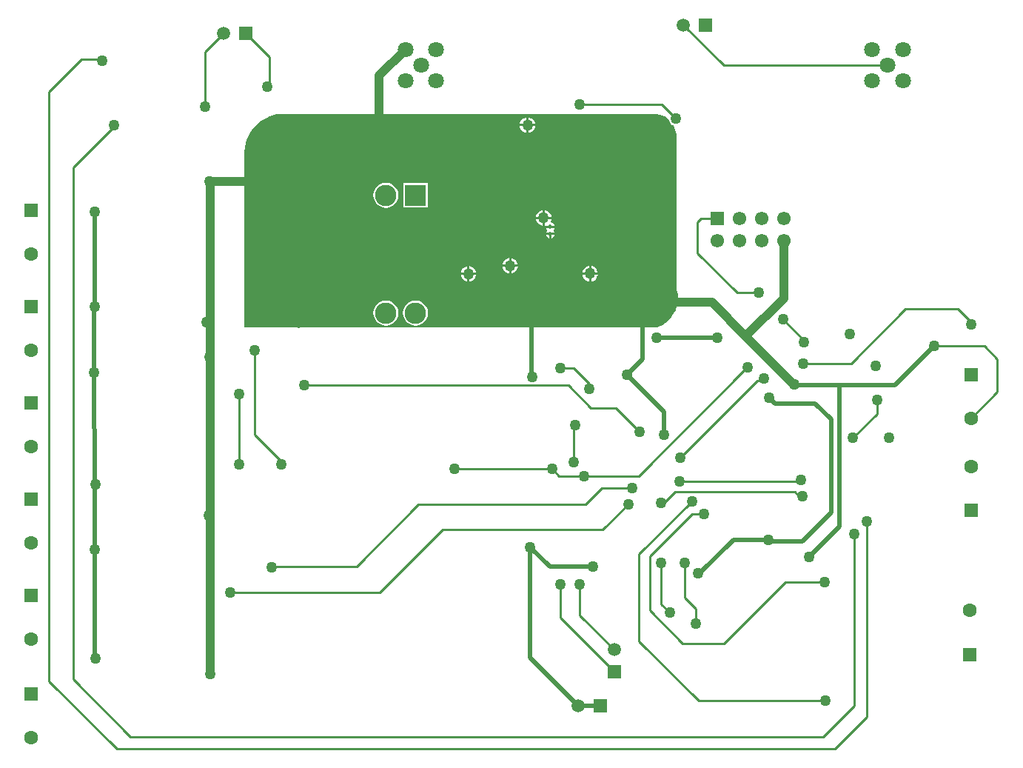
<source format=gbr>
%TF.GenerationSoftware,Altium Limited,Altium Designer,19.1.8 (144)*%
G04 Layer_Physical_Order=2*
G04 Layer_Color=16711680*
%FSLAX25Y25*%
%MOIN*%
%TF.FileFunction,Copper,L2,Bot,Signal*%
%TF.Part,Single*%
G01*
G75*
%TA.AperFunction,Conductor*%
%ADD30C,0.01000*%
%ADD31C,0.01968*%
%ADD32C,0.03937*%
%TA.AperFunction,ComponentPad*%
%ADD33C,0.07087*%
%ADD34R,0.09646X0.09646*%
%ADD35C,0.09646*%
%ADD36R,0.06299X0.06299*%
%ADD37C,0.06299*%
%ADD38C,0.06102*%
%ADD39R,0.06102X0.06102*%
%ADD40R,0.05906X0.05906*%
%ADD41C,0.05906*%
%ADD42R,0.05906X0.05906*%
%TA.AperFunction,ViaPad*%
%ADD43C,0.05000*%
%ADD44C,0.07087*%
%ADD45C,0.01968*%
G36*
X301046Y292032D02*
X302866Y291278D01*
X304504Y290184D01*
X304819Y289869D01*
X304868Y289496D01*
X305199Y288696D01*
X305726Y288010D01*
X306413Y287483D01*
X306908Y287278D01*
X306991Y287153D01*
X307745Y285333D01*
X308129Y283401D01*
X308129Y282416D01*
X308129D01*
X308129Y282416D01*
X308129Y214030D01*
X308421Y213164D01*
X308775Y211370D01*
X308891Y209545D01*
X308768Y207720D01*
X308408Y205927D01*
X307817Y204197D01*
X307004Y202558D01*
X305986Y201040D01*
X304777Y199667D01*
X303400Y198464D01*
X301877Y197451D01*
X300236Y196645D01*
X299369Y196353D01*
X299369Y196353D01*
X299369Y196353D01*
X299369Y196353D01*
X139342Y196353D01*
X139048Y196231D01*
X138424Y196107D01*
X137787Y196107D01*
X137163Y196231D01*
X136869Y196353D01*
Y196353D01*
X113641Y196353D01*
Y274311D01*
X113641Y275348D01*
X113872Y277410D01*
X114330Y279434D01*
X115010Y281394D01*
X115904Y283266D01*
X117000Y285028D01*
X118285Y286657D01*
X119744Y288133D01*
X121357Y289437D01*
X123105Y290555D01*
X124967Y291471D01*
X126918Y292175D01*
X127927Y292416D01*
X127927Y292416D01*
X298129Y292416D01*
X299114Y292416D01*
X301046Y292032D01*
D02*
G37*
%LPC*%
G36*
X241642Y290866D02*
Y287902D01*
X244606D01*
X244552Y288315D01*
X244199Y289167D01*
X243638Y289898D01*
X242907Y290459D01*
X242055Y290811D01*
X241642Y290866D01*
D02*
G37*
G36*
X240642D02*
X240228Y290811D01*
X239377Y290459D01*
X238646Y289898D01*
X238085Y289167D01*
X237732Y288315D01*
X237677Y287902D01*
X240642D01*
Y290866D01*
D02*
G37*
G36*
X244606Y286902D02*
X241642D01*
Y283937D01*
X242055Y283992D01*
X242907Y284344D01*
X243638Y284905D01*
X244199Y285636D01*
X244552Y286488D01*
X244606Y286902D01*
D02*
G37*
G36*
X240642D02*
X237677D01*
X237732Y286488D01*
X238085Y285636D01*
X238646Y284905D01*
X239377Y284344D01*
X240228Y283992D01*
X240642Y283937D01*
Y286902D01*
D02*
G37*
G36*
X196358Y261457D02*
X185138D01*
Y250236D01*
X196358D01*
Y261457D01*
D02*
G37*
G36*
X177362Y261505D02*
X175898Y261312D01*
X174533Y260747D01*
X173361Y259848D01*
X172462Y258676D01*
X171896Y257311D01*
X171704Y255847D01*
X171896Y254382D01*
X172462Y253017D01*
X173361Y251845D01*
X174533Y250946D01*
X175898Y250381D01*
X177362Y250188D01*
X178827Y250381D01*
X180192Y250946D01*
X181363Y251845D01*
X182263Y253017D01*
X182828Y254382D01*
X183021Y255847D01*
X182828Y257311D01*
X182263Y258676D01*
X181363Y259848D01*
X180192Y260747D01*
X178827Y261312D01*
X177362Y261505D01*
D02*
G37*
G36*
X248925Y249134D02*
Y246169D01*
X251890D01*
X251835Y246583D01*
X251482Y247434D01*
X250921Y248165D01*
X250190Y248727D01*
X249339Y249079D01*
X248925Y249134D01*
D02*
G37*
G36*
X247925D02*
X247512Y249079D01*
X246660Y248727D01*
X245929Y248165D01*
X245368Y247434D01*
X245015Y246583D01*
X244961Y246169D01*
X247925D01*
Y249134D01*
D02*
G37*
G36*
Y245169D02*
X244961D01*
X245015Y244756D01*
X245368Y243904D01*
X245929Y243173D01*
X246660Y242612D01*
X247512Y242259D01*
X247925Y242205D01*
Y245169D01*
D02*
G37*
G36*
X251890D02*
X248925D01*
Y242205D01*
X248987Y242213D01*
X249077Y242117D01*
X253325D01*
X253270Y242391D01*
X252831Y243047D01*
X252175Y243486D01*
X251843Y243552D01*
X251768Y243625D01*
X251570Y244116D01*
X251835Y244756D01*
X251890Y245169D01*
D02*
G37*
G36*
X253325Y241117D02*
X249477D01*
X249532Y240843D01*
X249826Y240403D01*
X249929Y240042D01*
X249826Y239682D01*
X249532Y239242D01*
X249477Y238967D01*
X253325D01*
X253270Y239242D01*
X252976Y239682D01*
X252873Y240042D01*
X252976Y240403D01*
X253270Y240843D01*
X253325Y241117D01*
D02*
G37*
G36*
Y237967D02*
X251901D01*
Y236544D01*
X252175Y236598D01*
X252831Y237037D01*
X253270Y237693D01*
X253325Y237967D01*
D02*
G37*
G36*
X250901D02*
X249477D01*
X249532Y237693D01*
X249970Y237037D01*
X250627Y236598D01*
X250901Y236544D01*
Y237967D01*
D02*
G37*
G36*
X233826Y227573D02*
Y224609D01*
X236790D01*
X236736Y225023D01*
X236383Y225874D01*
X235822Y226605D01*
X235091Y227166D01*
X234240Y227519D01*
X233826Y227573D01*
D02*
G37*
G36*
X232826D02*
X232412Y227519D01*
X231561Y227166D01*
X230830Y226605D01*
X230269Y225874D01*
X229916Y225023D01*
X229862Y224609D01*
X232826D01*
Y227573D01*
D02*
G37*
G36*
X269850Y224030D02*
Y221066D01*
X272814D01*
X272760Y221479D01*
X272407Y222331D01*
X271846Y223062D01*
X271115Y223623D01*
X270263Y223976D01*
X269850Y224030D01*
D02*
G37*
G36*
X268850D02*
X268436Y223976D01*
X267584Y223623D01*
X266853Y223062D01*
X266292Y222331D01*
X265940Y221479D01*
X265885Y221066D01*
X268850D01*
Y224030D01*
D02*
G37*
G36*
X215067Y223937D02*
Y220972D01*
X218031D01*
X217977Y221386D01*
X217624Y222238D01*
X217063Y222969D01*
X216332Y223530D01*
X215480Y223882D01*
X215067Y223937D01*
D02*
G37*
G36*
X214067D02*
X213653Y223882D01*
X212802Y223530D01*
X212071Y222969D01*
X211510Y222238D01*
X211157Y221386D01*
X211103Y220972D01*
X214067D01*
Y223937D01*
D02*
G37*
G36*
X236790Y223609D02*
X233826D01*
Y220645D01*
X234240Y220699D01*
X235091Y221052D01*
X235822Y221613D01*
X236383Y222344D01*
X236736Y223195D01*
X236790Y223609D01*
D02*
G37*
G36*
X232826D02*
X229862D01*
X229916Y223195D01*
X230269Y222344D01*
X230830Y221613D01*
X231561Y221052D01*
X232412Y220699D01*
X232826Y220645D01*
Y223609D01*
D02*
G37*
G36*
X272814Y220066D02*
X269850D01*
Y217101D01*
X270263Y217156D01*
X271115Y217509D01*
X271846Y218070D01*
X272407Y218801D01*
X272760Y219652D01*
X272814Y220066D01*
D02*
G37*
G36*
X268850D02*
X265885D01*
X265940Y219652D01*
X266292Y218801D01*
X266853Y218070D01*
X267584Y217509D01*
X268436Y217156D01*
X268850Y217101D01*
Y220066D01*
D02*
G37*
G36*
X218031Y219972D02*
X215067D01*
Y217008D01*
X215480Y217063D01*
X216332Y217415D01*
X217063Y217976D01*
X217624Y218707D01*
X217977Y219559D01*
X218031Y219972D01*
D02*
G37*
G36*
X214067D02*
X211103D01*
X211157Y219559D01*
X211510Y218707D01*
X212071Y217976D01*
X212802Y217415D01*
X213653Y217063D01*
X214067Y217008D01*
Y219972D01*
D02*
G37*
G36*
X190748Y208474D02*
X189284Y208281D01*
X187919Y207716D01*
X186747Y206816D01*
X185847Y205644D01*
X185282Y204279D01*
X185089Y202815D01*
X185282Y201350D01*
X185847Y199986D01*
X186747Y198814D01*
X187919Y197914D01*
X189284Y197349D01*
X190748Y197156D01*
X192213Y197349D01*
X193577Y197914D01*
X194749Y198814D01*
X195649Y199986D01*
X196214Y201350D01*
X196407Y202815D01*
X196214Y204279D01*
X195649Y205644D01*
X194749Y206816D01*
X193577Y207716D01*
X192213Y208281D01*
X190748Y208474D01*
D02*
G37*
G36*
X177362D02*
X175898Y208281D01*
X174533Y207716D01*
X173361Y206816D01*
X172462Y205644D01*
X171896Y204279D01*
X171704Y202815D01*
X171896Y201350D01*
X172462Y199986D01*
X173361Y198814D01*
X174533Y197914D01*
X175898Y197349D01*
X177362Y197156D01*
X178827Y197349D01*
X180192Y197914D01*
X181363Y198814D01*
X182263Y199986D01*
X182828Y201350D01*
X183021Y202815D01*
X182828Y204279D01*
X182263Y205644D01*
X181363Y206816D01*
X180192Y207716D01*
X178827Y208281D01*
X177362Y208474D01*
D02*
G37*
%LPD*%
D30*
X255906Y178150D02*
X261811D01*
X268858Y168696D02*
Y171103D01*
X261811Y178150D02*
X268858Y171103D01*
X227032Y170276D02*
X259566D01*
X269709Y160133D01*
X145339Y170276D02*
X227032Y170276D01*
X140748Y170276D02*
X145339D01*
X301678Y296747D02*
X308071Y290354D01*
X264625Y296747D02*
X301678D01*
X111221Y166339D02*
Y166776D01*
X110674Y167323D02*
X111221Y166776D01*
Y134843D02*
Y166339D01*
X118110Y148130D02*
X130905Y135335D01*
X118110Y148130D02*
Y186024D01*
X130413Y134843D02*
X130905Y135335D01*
X255906Y65644D02*
X280275Y41274D01*
X255906Y65644D02*
Y80709D01*
X264764Y66785D02*
X280275Y51274D01*
X264764Y66785D02*
Y80709D01*
X316929Y63976D02*
Y69882D01*
X312008Y74803D02*
X316929Y69882D01*
X312008Y74803D02*
Y90551D01*
X301181Y71850D02*
X304134Y68898D01*
X301181Y71850D02*
Y90551D01*
X315251Y112495D02*
X320432D01*
X296260Y93504D02*
X315251Y112495D01*
X296260Y68898D02*
Y93504D01*
X329591Y54134D02*
X357342Y81885D01*
X311024Y54134D02*
X329591D01*
X296260Y68898D02*
X311024Y54134D01*
X318115Y28341D02*
X375255D01*
X291339Y55118D02*
X318115Y28341D01*
X291339Y55118D02*
Y94228D01*
X315117Y118007D01*
X435039Y204724D02*
X440945Y198819D01*
Y197835D02*
Y198819D01*
X411417Y204724D02*
X435039D01*
X386811Y180118D02*
X411417Y204724D01*
X365158Y180118D02*
X386811D01*
X343504Y171260D02*
X343504D01*
X344707Y172463D01*
X346676D01*
X347441Y173228D01*
X310039Y137795D02*
X343504Y171260D01*
X291298Y129522D02*
X339724Y177948D01*
X266594Y129522D02*
X291298D01*
X309704Y127160D02*
X363543D01*
X301731Y116530D02*
X307440Y122239D01*
X361476D02*
X363838Y119877D01*
X307440Y122239D02*
X361476D01*
X440945Y155512D02*
X452756Y167323D01*
Y182087D01*
X446850Y187992D02*
X452756Y182087D01*
X424213Y187992D02*
X446850D01*
X379684Y6786D02*
X393858Y20959D01*
X56161Y6786D02*
X379684D01*
X25747Y37200D02*
X56161Y6786D01*
X356288Y199966D02*
X365708Y190546D01*
Y189562D02*
Y190546D01*
X335491Y211904D02*
X345334D01*
X317578Y229818D02*
X335491Y211904D01*
X317578Y229818D02*
Y243696D01*
X319212Y245329D01*
X326476D01*
X95826Y320270D02*
X104291Y328735D01*
X95826Y295861D02*
Y320270D01*
X269709Y160133D02*
X280964D01*
X398483Y157377D02*
Y163873D01*
X387755Y146648D02*
X398483Y157377D01*
X357342Y81885D02*
X374960D01*
X40314Y316924D02*
X48385D01*
X25747Y302357D02*
X40314Y316924D01*
X25747Y302357D02*
X25747Y37200D01*
X36574Y268400D02*
X54192Y286018D01*
X36574Y37889D02*
Y268400D01*
Y37889D02*
X62263Y12200D01*
X374271D01*
X393858Y20959D02*
Y109050D01*
X374271Y12200D02*
X388149Y26078D01*
Y103440D01*
X126928Y88873D02*
X164133D01*
X191889Y116629D01*
X267184D01*
X274665Y124109D01*
X288149D01*
X108424Y77160D02*
X174665D01*
X202913Y105408D01*
X275058D01*
X286476Y116826D01*
X280964Y160133D02*
X291692Y149404D01*
X208129Y132869D02*
X208326Y132672D01*
X252125D01*
X255275Y129522D01*
X266594D01*
X262066Y135625D02*
Y151471D01*
X125058Y305408D02*
Y317967D01*
X114290Y328735D02*
X125058Y317967D01*
X97795Y261904D02*
X98385Y261314D01*
X311373Y332455D02*
X329562Y314266D01*
X403306D01*
D31*
X242873Y174450D02*
Y205310D01*
Y174450D02*
X243110Y174213D01*
X46023Y204916D02*
X46059Y176078D01*
X46122Y125880D02*
X46159Y96550D01*
X46059Y176078D02*
X46122Y125880D01*
X46159Y96550D02*
X46220Y48617D01*
X326436Y191727D02*
X326436Y191727D01*
X349665Y99995D02*
X364920D01*
X318567Y85630D02*
X333818Y100881D01*
X317913Y85630D02*
X318567D01*
X46260Y205709D02*
Y248465D01*
Y205153D02*
Y205709D01*
X46023Y204916D02*
X46260Y205153D01*
X406688Y170467D02*
X424213Y187992D01*
X381554Y170467D02*
X406688D01*
X370728Y162200D02*
X377814Y155113D01*
Y112889D02*
Y155113D01*
X364920Y99995D02*
X377814Y112889D01*
X242381Y47633D02*
Y97436D01*
Y47633D02*
X264035Y25979D01*
X274035D01*
X285787Y175093D02*
X302617Y158263D01*
Y148125D02*
Y158263D01*
X299271Y191727D02*
X326436D01*
X326436Y191727D02*
X326535Y191826D01*
X333818Y100881D02*
X349665D01*
X352519Y162200D02*
X370728D01*
X349861Y164857D02*
X352519Y162200D01*
X251141Y88676D02*
X270531D01*
X242381Y97436D02*
X251141Y88676D01*
X361377Y170467D02*
X381554D01*
X367972Y93007D02*
X381554Y106589D01*
Y170467D01*
X292775Y182081D02*
Y205802D01*
X285787Y175093D02*
X292775Y182081D01*
D32*
X356554Y209542D02*
Y235330D01*
X339428Y192416D02*
X361377Y170467D01*
X98385Y40546D02*
Y261314D01*
X339428Y192416D02*
X356554Y209542D01*
X302224Y207574D02*
X324271D01*
X339428Y192416D01*
X97795Y261904D02*
X161377D01*
X174271Y309583D02*
X186139Y321451D01*
X174271Y287889D02*
Y309583D01*
D33*
X403306Y314266D02*
D03*
X396347Y307307D02*
D03*
Y321226D02*
D03*
X410266Y307307D02*
D03*
X410266Y321226D02*
D03*
X200058Y321451D02*
D03*
Y307532D02*
D03*
X186139Y321451D02*
D03*
Y307532D02*
D03*
X193099Y314492D02*
D03*
D34*
X190748Y255847D02*
D03*
D35*
Y202815D02*
D03*
X177362Y255847D02*
D03*
Y202815D02*
D03*
D36*
X17717Y205709D02*
D03*
X440945Y114173D02*
D03*
X17717Y249016D02*
D03*
X440945Y175197D02*
D03*
X17717Y162402D02*
D03*
Y119095D02*
D03*
Y75787D02*
D03*
Y31496D02*
D03*
X440314Y49207D02*
D03*
D37*
X17717Y186024D02*
D03*
X440945Y133858D02*
D03*
X17717Y229331D02*
D03*
X440945Y155512D02*
D03*
X17717Y142717D02*
D03*
Y99410D02*
D03*
Y56102D02*
D03*
Y11811D02*
D03*
X440314Y68893D02*
D03*
D38*
X356476Y235330D02*
D03*
X346476D02*
D03*
X336476D02*
D03*
X326476D02*
D03*
X356476Y245329D02*
D03*
X346476D02*
D03*
X336476D02*
D03*
D39*
X326476D02*
D03*
D40*
X274035Y25979D02*
D03*
X321373Y332455D02*
D03*
X114290Y328735D02*
D03*
D41*
X264035Y25979D02*
D03*
X280275Y51274D02*
D03*
X311373Y332455D02*
D03*
X104290Y328735D02*
D03*
D42*
X280275Y41274D02*
D03*
D43*
X248425Y245669D02*
D03*
X255906Y178150D02*
D03*
X243110Y174213D02*
D03*
X140748Y170276D02*
D03*
X308071Y290354D02*
D03*
X241142Y287402D02*
D03*
X214567Y220473D02*
D03*
X111221Y166339D02*
D03*
Y134843D02*
D03*
X118110Y186024D02*
D03*
X130413Y134843D02*
D03*
X264764Y80709D02*
D03*
X255906D02*
D03*
X316929Y62992D02*
D03*
X305118Y67913D02*
D03*
X301181Y90551D02*
D03*
X317913Y85630D02*
D03*
X312008Y90551D02*
D03*
X96457Y198819D02*
D03*
X46260Y205709D02*
D03*
Y248465D02*
D03*
X440945Y197835D02*
D03*
X365158Y180118D02*
D03*
X347441Y173228D02*
D03*
X310039Y137795D02*
D03*
X424213Y187992D02*
D03*
X365708Y189562D02*
D03*
X356288Y199966D02*
D03*
X345334Y211904D02*
D03*
X397795Y179030D02*
D03*
X97795Y183066D02*
D03*
X268858Y168696D02*
D03*
X264625Y296747D02*
D03*
X95826Y295861D02*
D03*
X107342Y77160D02*
D03*
X302617Y148125D02*
D03*
X398483Y163873D02*
D03*
X387755Y146648D02*
D03*
X374960Y81885D02*
D03*
X375255Y28341D02*
D03*
X320432Y112495D02*
D03*
X315117Y118007D02*
D03*
X309704Y127160D02*
D03*
X301239Y117318D02*
D03*
X364428Y127849D02*
D03*
X364822Y120271D02*
D03*
X49566Y316530D02*
D03*
X54979Y287495D02*
D03*
X388149Y103440D02*
D03*
X393858Y109050D02*
D03*
X299271Y191727D02*
D03*
X126042Y88479D02*
D03*
X288149Y124109D02*
D03*
X286476Y116826D02*
D03*
X340216Y178538D02*
D03*
X291692Y149404D02*
D03*
X262603Y152313D02*
D03*
X349665Y100881D02*
D03*
X349861Y164857D02*
D03*
X242381Y97436D02*
D03*
X270531Y88676D02*
D03*
X367972Y93007D02*
D03*
X361180Y170566D02*
D03*
X326535Y191826D02*
D03*
X285787Y175093D02*
D03*
X208129Y132869D02*
D03*
X252125Y132672D02*
D03*
X266594Y129522D02*
D03*
X262066Y135625D02*
D03*
X124074Y304719D02*
D03*
X45924Y176077D02*
D03*
X46515Y125881D02*
D03*
X46417Y96550D02*
D03*
X46515Y47436D02*
D03*
X97598Y111609D02*
D03*
X97795Y261904D02*
D03*
X98385Y40546D02*
D03*
X233326Y224109D02*
D03*
X269350Y220566D02*
D03*
X403922Y146791D02*
D03*
X386322Y193291D02*
D03*
D44*
X410266Y321226D02*
D03*
X410266Y307307D02*
D03*
X396347Y321226D02*
D03*
Y307307D02*
D03*
X403306Y314266D02*
D03*
X193099Y314492D02*
D03*
X186139Y307532D02*
D03*
Y321451D02*
D03*
X200058Y307532D02*
D03*
Y321451D02*
D03*
D45*
X251401Y241617D02*
D03*
Y238467D02*
D03*
%TF.MD5,272d6c66531be6e22eabfb0b612566ff*%
M02*

</source>
